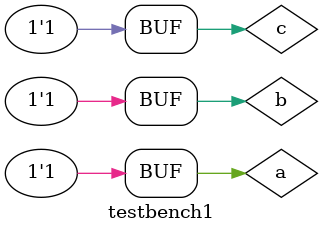
<source format=sv>

module testbench1();
  logic  a, b, c, y;

  // instantiate device under test
  sillyfunction dut(a, b, c, y);

  // apply inputs one at a time
  initial begin
    a = 0; b = 0; c = 0; #10;
    c = 1;               #10;
    b = 1; c = 0;        #10;
    c = 1;               #10;
    a = 1; b = 0; c = 0; #10;
    c = 1;               #10;
    b = 1; c = 0;        #10;
    c = 1;               #10;
  end
endmodule

</source>
